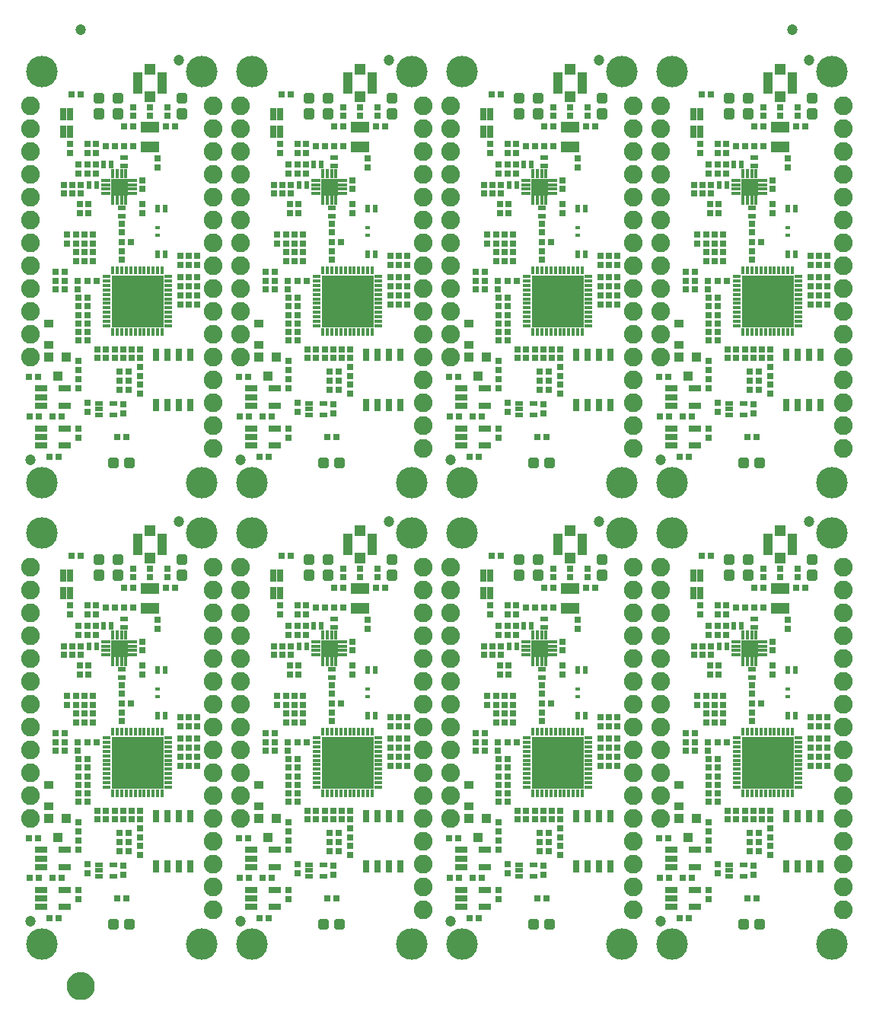
<source format=gts>
G04 EAGLE Gerber RS-274X export*
G75*
%MOMM*%
%FSLAX34Y34*%
%LPD*%
%INSoldermask Top*%
%IPPOS*%
%AMOC8*
5,1,8,0,0,1.08239X$1,22.5*%
G01*
%ADD10C,1.203200*%
%ADD11R,5.803200X5.803200*%
%ADD12R,0.453200X0.903200*%
%ADD13R,0.903200X0.453200*%
%ADD14C,2.082800*%
%ADD15C,3.505200*%
%ADD16R,0.453200X1.003200*%
%ADD17R,1.003200X0.453200*%
%ADD18R,1.953200X1.953200*%
%ADD19R,0.653200X1.153200*%
%ADD20R,0.803200X0.803200*%
%ADD21R,1.053200X2.403200*%
%ADD22R,1.203200X1.253200*%
%ADD23R,0.953200X0.603200*%
%ADD24C,0.505344*%
%ADD25R,0.703200X0.753200*%
%ADD26R,0.863600X0.558800*%
%ADD27R,0.558800X0.863600*%
%ADD28R,0.600000X0.400000*%
%ADD29R,0.803200X1.403200*%
%ADD30R,1.403200X0.753200*%
%ADD31R,0.753200X1.353200*%
%ADD32R,1.033200X0.833200*%
%ADD33R,1.003200X1.103200*%
%ADD34C,1.270000*%
%ADD35C,1.703200*%


D10*
X177800Y495300D03*
X12700Y50800D03*
D11*
X132080Y227330D03*
D12*
X104580Y193330D03*
X109580Y193330D03*
X114580Y193330D03*
X119580Y193330D03*
X124580Y193330D03*
X129580Y193330D03*
X134580Y193330D03*
X139580Y193330D03*
X144580Y193330D03*
X149580Y193330D03*
X154580Y193330D03*
X159580Y193330D03*
D13*
X166080Y199830D03*
X166080Y204830D03*
X166080Y209830D03*
X166080Y214830D03*
X166080Y219830D03*
X166080Y224830D03*
X166080Y229830D03*
X166080Y234830D03*
X166080Y239830D03*
X166080Y244830D03*
X166080Y249830D03*
X166080Y254830D03*
D12*
X159580Y261330D03*
X154580Y261330D03*
X149580Y261330D03*
X144580Y261330D03*
X139580Y261330D03*
X134580Y261330D03*
X129580Y261330D03*
X124580Y261330D03*
X119580Y261330D03*
X114580Y261330D03*
X109580Y261330D03*
X104580Y261330D03*
D13*
X98080Y254830D03*
X98080Y249830D03*
X98080Y244830D03*
X98080Y239830D03*
X98080Y234830D03*
X98080Y229830D03*
X98080Y224830D03*
X98080Y219830D03*
X98080Y214830D03*
X98080Y209830D03*
X98080Y204830D03*
X98080Y199830D03*
D14*
X215900Y444500D03*
X215900Y419100D03*
X215900Y393700D03*
X215900Y368300D03*
X215900Y342900D03*
X215900Y317500D03*
X215900Y292100D03*
X215900Y266700D03*
X215900Y241300D03*
X215900Y215900D03*
X215900Y190500D03*
X215900Y165100D03*
X215900Y139700D03*
X215900Y114300D03*
X215900Y88900D03*
X215900Y63500D03*
X12700Y165100D03*
X12700Y190500D03*
X12700Y215900D03*
X12700Y241300D03*
X12700Y266700D03*
X12700Y292100D03*
X12700Y317500D03*
X12700Y342900D03*
X12700Y368300D03*
X12700Y393700D03*
X12700Y419100D03*
X12700Y444500D03*
D15*
X25400Y25400D03*
X203200Y25400D03*
X203200Y482600D03*
X25400Y482600D03*
D16*
X104260Y339830D03*
X109260Y339830D03*
X114260Y339830D03*
X119260Y339830D03*
D17*
X126260Y346830D03*
X126260Y351830D03*
X126260Y356830D03*
X126260Y361830D03*
D16*
X119260Y368830D03*
X114260Y368830D03*
X109260Y368830D03*
X104260Y368830D03*
D17*
X97260Y361830D03*
X97260Y356830D03*
X97260Y351830D03*
X97260Y346830D03*
D18*
X111760Y354330D03*
D19*
X139550Y399210D03*
X146050Y399210D03*
X152550Y399210D03*
X152550Y421210D03*
X146050Y421210D03*
X139550Y421210D03*
D20*
X126920Y399415D03*
X116920Y399415D03*
X154305Y386000D03*
X154305Y376000D03*
X146050Y443150D03*
X146050Y433150D03*
D21*
X159800Y469900D03*
X132300Y469900D03*
D22*
X146050Y454650D03*
X146050Y485150D03*
D20*
X116205Y112315D03*
X116205Y102315D03*
D23*
X88905Y113815D03*
X88905Y107315D03*
X88905Y100815D03*
X105405Y100815D03*
X105405Y113815D03*
D20*
X76200Y114220D03*
X76200Y104220D03*
X44370Y53975D03*
X34370Y53975D03*
X12145Y99060D03*
X22145Y99060D03*
X122475Y128905D03*
X112475Y128905D03*
X122475Y149225D03*
X112475Y149225D03*
X122475Y139065D03*
X112475Y139065D03*
X135255Y144225D03*
X135255Y154225D03*
X135255Y134540D03*
X135255Y124540D03*
X126920Y421640D03*
X116920Y421640D03*
X163910Y421640D03*
X173910Y421640D03*
X198755Y267415D03*
X198755Y277415D03*
X179705Y267415D03*
X179705Y277415D03*
X189230Y267415D03*
X189230Y277415D03*
X198755Y243920D03*
X198755Y253920D03*
X179705Y243920D03*
X179705Y253920D03*
X189230Y243920D03*
X189230Y253920D03*
X165100Y443150D03*
X165100Y433150D03*
X127000Y443150D03*
X127000Y433150D03*
D24*
X178120Y439220D02*
X185100Y439220D01*
X185100Y432240D01*
X178120Y432240D01*
X178120Y439220D01*
X178120Y437040D02*
X185100Y437040D01*
X185100Y456760D02*
X178120Y456760D01*
X185100Y456760D02*
X185100Y449780D01*
X178120Y449780D01*
X178120Y456760D01*
X178120Y454580D02*
X185100Y454580D01*
X113980Y439220D02*
X107000Y439220D01*
X113980Y439220D02*
X113980Y432240D01*
X107000Y432240D01*
X107000Y439220D01*
X107000Y437040D02*
X113980Y437040D01*
X113980Y456760D02*
X107000Y456760D01*
X113980Y456760D02*
X113980Y449780D01*
X107000Y449780D01*
X107000Y456760D01*
X107000Y454580D02*
X113980Y454580D01*
D20*
X87630Y173910D03*
X87630Y163910D03*
X106680Y173910D03*
X106680Y163910D03*
X97155Y173910D03*
X97155Y163910D03*
X116205Y173910D03*
X116205Y163910D03*
X135255Y173910D03*
X135255Y163910D03*
X125730Y173910D03*
X125730Y163910D03*
X66120Y183515D03*
X76120Y183515D03*
X76120Y193040D03*
X66120Y193040D03*
X53975Y291545D03*
X53975Y301545D03*
X63500Y281860D03*
X63500Y271860D03*
X82550Y281860D03*
X82550Y271860D03*
X73025Y281860D03*
X73025Y271860D03*
X76120Y202565D03*
X66120Y202565D03*
X76120Y212090D03*
X66120Y212090D03*
X76120Y231140D03*
X66120Y231140D03*
X76120Y221615D03*
X66120Y221615D03*
D25*
X51420Y249860D03*
X51420Y240360D03*
X65420Y240360D03*
X65420Y249860D03*
D20*
X50720Y260350D03*
X40720Y260350D03*
X40640Y250110D03*
X40640Y240110D03*
X76280Y250190D03*
X86280Y250190D03*
X82550Y291545D03*
X82550Y301545D03*
X73025Y291545D03*
X73025Y301545D03*
X63500Y291545D03*
X63500Y301545D03*
X114300Y273130D03*
X114300Y283130D03*
X114300Y303610D03*
X114300Y313610D03*
X124380Y293370D03*
X114380Y293370D03*
D26*
X114300Y322072D03*
X114300Y330708D03*
D20*
X57150Y401875D03*
X57150Y391875D03*
X85725Y401875D03*
X85725Y391875D03*
X76200Y401875D03*
X76200Y391875D03*
X77470Y325200D03*
X77470Y335200D03*
X67945Y325200D03*
X67945Y335200D03*
D27*
X78232Y356870D03*
X86868Y356870D03*
D20*
X69215Y356790D03*
X69215Y346790D03*
X59690Y356790D03*
X59690Y346790D03*
D27*
X94107Y379095D03*
X102743Y379095D03*
D26*
X116840Y377952D03*
X116840Y386588D03*
D27*
X163068Y279400D03*
X154432Y279400D03*
X163068Y330200D03*
X154432Y330200D03*
D28*
X154305Y300800D03*
X154305Y308800D03*
D20*
X97235Y399415D03*
X107235Y399415D03*
X85725Y379015D03*
X85725Y369015D03*
X76200Y379015D03*
X76200Y369015D03*
X66675Y379015D03*
X66675Y369015D03*
X137795Y325200D03*
X137795Y335200D03*
X137795Y351870D03*
X137795Y361870D03*
X50165Y356790D03*
X50165Y346790D03*
X198755Y233600D03*
X198755Y223600D03*
X179705Y233600D03*
X179705Y223600D03*
X189230Y233600D03*
X189230Y223600D03*
X109300Y76200D03*
X119300Y76200D03*
D24*
X119580Y51115D02*
X119580Y44135D01*
X119580Y51115D02*
X126560Y51115D01*
X126560Y44135D01*
X119580Y44135D01*
X119580Y48935D02*
X126560Y48935D01*
X102040Y51115D02*
X102040Y44135D01*
X102040Y51115D02*
X109020Y51115D01*
X109020Y44135D01*
X102040Y44135D01*
X102040Y48935D02*
X109020Y48935D01*
D29*
X152400Y111700D03*
X165100Y111700D03*
X177800Y111700D03*
X190500Y111700D03*
X190500Y167700D03*
X177800Y167700D03*
X165100Y167700D03*
X152400Y167700D03*
D30*
X25099Y85700D03*
X25099Y76200D03*
X25099Y66700D03*
X51101Y66700D03*
X51101Y85700D03*
X25099Y130150D03*
X25099Y120650D03*
X25099Y111150D03*
X51101Y111150D03*
X51101Y130150D03*
D20*
X47545Y99060D03*
X37545Y99060D03*
X66675Y85645D03*
X66675Y75645D03*
X68500Y457200D03*
X58500Y457200D03*
D24*
X85410Y439220D02*
X92390Y439220D01*
X92390Y432240D01*
X85410Y432240D01*
X85410Y439220D01*
X85410Y437040D02*
X92390Y437040D01*
X92390Y456760D02*
X85410Y456760D01*
X92390Y456760D02*
X92390Y449780D01*
X85410Y449780D01*
X85410Y456760D01*
X85410Y454580D02*
X92390Y454580D01*
D31*
X57340Y434950D03*
X49340Y434950D03*
X49340Y415950D03*
X57340Y415950D03*
D20*
X66675Y130255D03*
X66675Y140255D03*
X21510Y142875D03*
X11510Y142875D03*
D32*
X33655Y179000D03*
X33655Y202000D03*
D33*
X52680Y164940D03*
X33680Y164940D03*
X43180Y143940D03*
D20*
X66675Y150575D03*
X66675Y160575D03*
D10*
X411480Y495300D03*
X246380Y50800D03*
D11*
X365760Y227330D03*
D12*
X338260Y193330D03*
X343260Y193330D03*
X348260Y193330D03*
X353260Y193330D03*
X358260Y193330D03*
X363260Y193330D03*
X368260Y193330D03*
X373260Y193330D03*
X378260Y193330D03*
X383260Y193330D03*
X388260Y193330D03*
X393260Y193330D03*
D13*
X399760Y199830D03*
X399760Y204830D03*
X399760Y209830D03*
X399760Y214830D03*
X399760Y219830D03*
X399760Y224830D03*
X399760Y229830D03*
X399760Y234830D03*
X399760Y239830D03*
X399760Y244830D03*
X399760Y249830D03*
X399760Y254830D03*
D12*
X393260Y261330D03*
X388260Y261330D03*
X383260Y261330D03*
X378260Y261330D03*
X373260Y261330D03*
X368260Y261330D03*
X363260Y261330D03*
X358260Y261330D03*
X353260Y261330D03*
X348260Y261330D03*
X343260Y261330D03*
X338260Y261330D03*
D13*
X331760Y254830D03*
X331760Y249830D03*
X331760Y244830D03*
X331760Y239830D03*
X331760Y234830D03*
X331760Y229830D03*
X331760Y224830D03*
X331760Y219830D03*
X331760Y214830D03*
X331760Y209830D03*
X331760Y204830D03*
X331760Y199830D03*
D14*
X449580Y444500D03*
X449580Y419100D03*
X449580Y393700D03*
X449580Y368300D03*
X449580Y342900D03*
X449580Y317500D03*
X449580Y292100D03*
X449580Y266700D03*
X449580Y241300D03*
X449580Y215900D03*
X449580Y190500D03*
X449580Y165100D03*
X449580Y139700D03*
X449580Y114300D03*
X449580Y88900D03*
X449580Y63500D03*
X246380Y165100D03*
X246380Y190500D03*
X246380Y215900D03*
X246380Y241300D03*
X246380Y266700D03*
X246380Y292100D03*
X246380Y317500D03*
X246380Y342900D03*
X246380Y368300D03*
X246380Y393700D03*
X246380Y419100D03*
X246380Y444500D03*
D15*
X259080Y25400D03*
X436880Y25400D03*
X436880Y482600D03*
X259080Y482600D03*
D16*
X337940Y339830D03*
X342940Y339830D03*
X347940Y339830D03*
X352940Y339830D03*
D17*
X359940Y346830D03*
X359940Y351830D03*
X359940Y356830D03*
X359940Y361830D03*
D16*
X352940Y368830D03*
X347940Y368830D03*
X342940Y368830D03*
X337940Y368830D03*
D17*
X330940Y361830D03*
X330940Y356830D03*
X330940Y351830D03*
X330940Y346830D03*
D18*
X345440Y354330D03*
D19*
X373230Y399210D03*
X379730Y399210D03*
X386230Y399210D03*
X386230Y421210D03*
X379730Y421210D03*
X373230Y421210D03*
D20*
X360600Y399415D03*
X350600Y399415D03*
X387985Y386000D03*
X387985Y376000D03*
X379730Y443150D03*
X379730Y433150D03*
D21*
X393480Y469900D03*
X365980Y469900D03*
D22*
X379730Y454650D03*
X379730Y485150D03*
D20*
X349885Y112315D03*
X349885Y102315D03*
D23*
X322585Y113815D03*
X322585Y107315D03*
X322585Y100815D03*
X339085Y100815D03*
X339085Y113815D03*
D20*
X309880Y114220D03*
X309880Y104220D03*
X278050Y53975D03*
X268050Y53975D03*
X245825Y99060D03*
X255825Y99060D03*
X356155Y128905D03*
X346155Y128905D03*
X356155Y149225D03*
X346155Y149225D03*
X356155Y139065D03*
X346155Y139065D03*
X368935Y144225D03*
X368935Y154225D03*
X368935Y134540D03*
X368935Y124540D03*
X360600Y421640D03*
X350600Y421640D03*
X397590Y421640D03*
X407590Y421640D03*
X432435Y267415D03*
X432435Y277415D03*
X413385Y267415D03*
X413385Y277415D03*
X422910Y267415D03*
X422910Y277415D03*
X432435Y243920D03*
X432435Y253920D03*
X413385Y243920D03*
X413385Y253920D03*
X422910Y243920D03*
X422910Y253920D03*
X398780Y443150D03*
X398780Y433150D03*
X360680Y443150D03*
X360680Y433150D03*
D24*
X411800Y439220D02*
X418780Y439220D01*
X418780Y432240D01*
X411800Y432240D01*
X411800Y439220D01*
X411800Y437040D02*
X418780Y437040D01*
X418780Y456760D02*
X411800Y456760D01*
X418780Y456760D02*
X418780Y449780D01*
X411800Y449780D01*
X411800Y456760D01*
X411800Y454580D02*
X418780Y454580D01*
X347660Y439220D02*
X340680Y439220D01*
X347660Y439220D02*
X347660Y432240D01*
X340680Y432240D01*
X340680Y439220D01*
X340680Y437040D02*
X347660Y437040D01*
X347660Y456760D02*
X340680Y456760D01*
X347660Y456760D02*
X347660Y449780D01*
X340680Y449780D01*
X340680Y456760D01*
X340680Y454580D02*
X347660Y454580D01*
D20*
X321310Y173910D03*
X321310Y163910D03*
X340360Y173910D03*
X340360Y163910D03*
X330835Y173910D03*
X330835Y163910D03*
X349885Y173910D03*
X349885Y163910D03*
X368935Y173910D03*
X368935Y163910D03*
X359410Y173910D03*
X359410Y163910D03*
X299800Y183515D03*
X309800Y183515D03*
X309800Y193040D03*
X299800Y193040D03*
X287655Y291545D03*
X287655Y301545D03*
X297180Y281860D03*
X297180Y271860D03*
X316230Y281860D03*
X316230Y271860D03*
X306705Y281860D03*
X306705Y271860D03*
X309800Y202565D03*
X299800Y202565D03*
X309800Y212090D03*
X299800Y212090D03*
X309800Y231140D03*
X299800Y231140D03*
X309800Y221615D03*
X299800Y221615D03*
D25*
X285100Y249860D03*
X285100Y240360D03*
X299100Y240360D03*
X299100Y249860D03*
D20*
X284400Y260350D03*
X274400Y260350D03*
X274320Y250110D03*
X274320Y240110D03*
X309960Y250190D03*
X319960Y250190D03*
X316230Y291545D03*
X316230Y301545D03*
X306705Y291545D03*
X306705Y301545D03*
X297180Y291545D03*
X297180Y301545D03*
X347980Y273130D03*
X347980Y283130D03*
X347980Y303610D03*
X347980Y313610D03*
X358060Y293370D03*
X348060Y293370D03*
D26*
X347980Y322072D03*
X347980Y330708D03*
D20*
X290830Y401875D03*
X290830Y391875D03*
X319405Y401875D03*
X319405Y391875D03*
X309880Y401875D03*
X309880Y391875D03*
X311150Y325200D03*
X311150Y335200D03*
X301625Y325200D03*
X301625Y335200D03*
D27*
X311912Y356870D03*
X320548Y356870D03*
D20*
X302895Y356790D03*
X302895Y346790D03*
X293370Y356790D03*
X293370Y346790D03*
D27*
X327787Y379095D03*
X336423Y379095D03*
D26*
X350520Y377952D03*
X350520Y386588D03*
D27*
X396748Y279400D03*
X388112Y279400D03*
X396748Y330200D03*
X388112Y330200D03*
D28*
X387985Y300800D03*
X387985Y308800D03*
D20*
X330915Y399415D03*
X340915Y399415D03*
X319405Y379015D03*
X319405Y369015D03*
X309880Y379015D03*
X309880Y369015D03*
X300355Y379015D03*
X300355Y369015D03*
X371475Y325200D03*
X371475Y335200D03*
X371475Y351870D03*
X371475Y361870D03*
X283845Y356790D03*
X283845Y346790D03*
X432435Y233600D03*
X432435Y223600D03*
X413385Y233600D03*
X413385Y223600D03*
X422910Y233600D03*
X422910Y223600D03*
X342980Y76200D03*
X352980Y76200D03*
D24*
X353260Y51115D02*
X353260Y44135D01*
X353260Y51115D02*
X360240Y51115D01*
X360240Y44135D01*
X353260Y44135D01*
X353260Y48935D02*
X360240Y48935D01*
X335720Y51115D02*
X335720Y44135D01*
X335720Y51115D02*
X342700Y51115D01*
X342700Y44135D01*
X335720Y44135D01*
X335720Y48935D02*
X342700Y48935D01*
D29*
X386080Y111700D03*
X398780Y111700D03*
X411480Y111700D03*
X424180Y111700D03*
X424180Y167700D03*
X411480Y167700D03*
X398780Y167700D03*
X386080Y167700D03*
D30*
X258779Y85700D03*
X258779Y76200D03*
X258779Y66700D03*
X284781Y66700D03*
X284781Y85700D03*
X258779Y130150D03*
X258779Y120650D03*
X258779Y111150D03*
X284781Y111150D03*
X284781Y130150D03*
D20*
X281225Y99060D03*
X271225Y99060D03*
X300355Y85645D03*
X300355Y75645D03*
X302180Y457200D03*
X292180Y457200D03*
D24*
X319090Y439220D02*
X326070Y439220D01*
X326070Y432240D01*
X319090Y432240D01*
X319090Y439220D01*
X319090Y437040D02*
X326070Y437040D01*
X326070Y456760D02*
X319090Y456760D01*
X326070Y456760D02*
X326070Y449780D01*
X319090Y449780D01*
X319090Y456760D01*
X319090Y454580D02*
X326070Y454580D01*
D31*
X291020Y434950D03*
X283020Y434950D03*
X283020Y415950D03*
X291020Y415950D03*
D20*
X300355Y130255D03*
X300355Y140255D03*
X255190Y142875D03*
X245190Y142875D03*
D32*
X267335Y179000D03*
X267335Y202000D03*
D33*
X286360Y164940D03*
X267360Y164940D03*
X276860Y143940D03*
D20*
X300355Y150575D03*
X300355Y160575D03*
D10*
X645160Y495300D03*
X480060Y50800D03*
D11*
X599440Y227330D03*
D12*
X571940Y193330D03*
X576940Y193330D03*
X581940Y193330D03*
X586940Y193330D03*
X591940Y193330D03*
X596940Y193330D03*
X601940Y193330D03*
X606940Y193330D03*
X611940Y193330D03*
X616940Y193330D03*
X621940Y193330D03*
X626940Y193330D03*
D13*
X633440Y199830D03*
X633440Y204830D03*
X633440Y209830D03*
X633440Y214830D03*
X633440Y219830D03*
X633440Y224830D03*
X633440Y229830D03*
X633440Y234830D03*
X633440Y239830D03*
X633440Y244830D03*
X633440Y249830D03*
X633440Y254830D03*
D12*
X626940Y261330D03*
X621940Y261330D03*
X616940Y261330D03*
X611940Y261330D03*
X606940Y261330D03*
X601940Y261330D03*
X596940Y261330D03*
X591940Y261330D03*
X586940Y261330D03*
X581940Y261330D03*
X576940Y261330D03*
X571940Y261330D03*
D13*
X565440Y254830D03*
X565440Y249830D03*
X565440Y244830D03*
X565440Y239830D03*
X565440Y234830D03*
X565440Y229830D03*
X565440Y224830D03*
X565440Y219830D03*
X565440Y214830D03*
X565440Y209830D03*
X565440Y204830D03*
X565440Y199830D03*
D14*
X683260Y444500D03*
X683260Y419100D03*
X683260Y393700D03*
X683260Y368300D03*
X683260Y342900D03*
X683260Y317500D03*
X683260Y292100D03*
X683260Y266700D03*
X683260Y241300D03*
X683260Y215900D03*
X683260Y190500D03*
X683260Y165100D03*
X683260Y139700D03*
X683260Y114300D03*
X683260Y88900D03*
X683260Y63500D03*
X480060Y165100D03*
X480060Y190500D03*
X480060Y215900D03*
X480060Y241300D03*
X480060Y266700D03*
X480060Y292100D03*
X480060Y317500D03*
X480060Y342900D03*
X480060Y368300D03*
X480060Y393700D03*
X480060Y419100D03*
X480060Y444500D03*
D15*
X492760Y25400D03*
X670560Y25400D03*
X670560Y482600D03*
X492760Y482600D03*
D16*
X571620Y339830D03*
X576620Y339830D03*
X581620Y339830D03*
X586620Y339830D03*
D17*
X593620Y346830D03*
X593620Y351830D03*
X593620Y356830D03*
X593620Y361830D03*
D16*
X586620Y368830D03*
X581620Y368830D03*
X576620Y368830D03*
X571620Y368830D03*
D17*
X564620Y361830D03*
X564620Y356830D03*
X564620Y351830D03*
X564620Y346830D03*
D18*
X579120Y354330D03*
D19*
X606910Y399210D03*
X613410Y399210D03*
X619910Y399210D03*
X619910Y421210D03*
X613410Y421210D03*
X606910Y421210D03*
D20*
X594280Y399415D03*
X584280Y399415D03*
X621665Y386000D03*
X621665Y376000D03*
X613410Y443150D03*
X613410Y433150D03*
D21*
X627160Y469900D03*
X599660Y469900D03*
D22*
X613410Y454650D03*
X613410Y485150D03*
D20*
X583565Y112315D03*
X583565Y102315D03*
D23*
X556265Y113815D03*
X556265Y107315D03*
X556265Y100815D03*
X572765Y100815D03*
X572765Y113815D03*
D20*
X543560Y114220D03*
X543560Y104220D03*
X511730Y53975D03*
X501730Y53975D03*
X479505Y99060D03*
X489505Y99060D03*
X589835Y128905D03*
X579835Y128905D03*
X589835Y149225D03*
X579835Y149225D03*
X589835Y139065D03*
X579835Y139065D03*
X602615Y144225D03*
X602615Y154225D03*
X602615Y134540D03*
X602615Y124540D03*
X594280Y421640D03*
X584280Y421640D03*
X631270Y421640D03*
X641270Y421640D03*
X666115Y267415D03*
X666115Y277415D03*
X647065Y267415D03*
X647065Y277415D03*
X656590Y267415D03*
X656590Y277415D03*
X666115Y243920D03*
X666115Y253920D03*
X647065Y243920D03*
X647065Y253920D03*
X656590Y243920D03*
X656590Y253920D03*
X632460Y443150D03*
X632460Y433150D03*
X594360Y443150D03*
X594360Y433150D03*
D24*
X645480Y439220D02*
X652460Y439220D01*
X652460Y432240D01*
X645480Y432240D01*
X645480Y439220D01*
X645480Y437040D02*
X652460Y437040D01*
X652460Y456760D02*
X645480Y456760D01*
X652460Y456760D02*
X652460Y449780D01*
X645480Y449780D01*
X645480Y456760D01*
X645480Y454580D02*
X652460Y454580D01*
X581340Y439220D02*
X574360Y439220D01*
X581340Y439220D02*
X581340Y432240D01*
X574360Y432240D01*
X574360Y439220D01*
X574360Y437040D02*
X581340Y437040D01*
X581340Y456760D02*
X574360Y456760D01*
X581340Y456760D02*
X581340Y449780D01*
X574360Y449780D01*
X574360Y456760D01*
X574360Y454580D02*
X581340Y454580D01*
D20*
X554990Y173910D03*
X554990Y163910D03*
X574040Y173910D03*
X574040Y163910D03*
X564515Y173910D03*
X564515Y163910D03*
X583565Y173910D03*
X583565Y163910D03*
X602615Y173910D03*
X602615Y163910D03*
X593090Y173910D03*
X593090Y163910D03*
X533480Y183515D03*
X543480Y183515D03*
X543480Y193040D03*
X533480Y193040D03*
X521335Y291545D03*
X521335Y301545D03*
X530860Y281860D03*
X530860Y271860D03*
X549910Y281860D03*
X549910Y271860D03*
X540385Y281860D03*
X540385Y271860D03*
X543480Y202565D03*
X533480Y202565D03*
X543480Y212090D03*
X533480Y212090D03*
X543480Y231140D03*
X533480Y231140D03*
X543480Y221615D03*
X533480Y221615D03*
D25*
X518780Y249860D03*
X518780Y240360D03*
X532780Y240360D03*
X532780Y249860D03*
D20*
X518080Y260350D03*
X508080Y260350D03*
X508000Y250110D03*
X508000Y240110D03*
X543640Y250190D03*
X553640Y250190D03*
X549910Y291545D03*
X549910Y301545D03*
X540385Y291545D03*
X540385Y301545D03*
X530860Y291545D03*
X530860Y301545D03*
X581660Y273130D03*
X581660Y283130D03*
X581660Y303610D03*
X581660Y313610D03*
X591740Y293370D03*
X581740Y293370D03*
D26*
X581660Y322072D03*
X581660Y330708D03*
D20*
X524510Y401875D03*
X524510Y391875D03*
X553085Y401875D03*
X553085Y391875D03*
X543560Y401875D03*
X543560Y391875D03*
X544830Y325200D03*
X544830Y335200D03*
X535305Y325200D03*
X535305Y335200D03*
D27*
X545592Y356870D03*
X554228Y356870D03*
D20*
X536575Y356790D03*
X536575Y346790D03*
X527050Y356790D03*
X527050Y346790D03*
D27*
X561467Y379095D03*
X570103Y379095D03*
D26*
X584200Y377952D03*
X584200Y386588D03*
D27*
X630428Y279400D03*
X621792Y279400D03*
X630428Y330200D03*
X621792Y330200D03*
D28*
X621665Y300800D03*
X621665Y308800D03*
D20*
X564595Y399415D03*
X574595Y399415D03*
X553085Y379015D03*
X553085Y369015D03*
X543560Y379015D03*
X543560Y369015D03*
X534035Y379015D03*
X534035Y369015D03*
X605155Y325200D03*
X605155Y335200D03*
X605155Y351870D03*
X605155Y361870D03*
X517525Y356790D03*
X517525Y346790D03*
X666115Y233600D03*
X666115Y223600D03*
X647065Y233600D03*
X647065Y223600D03*
X656590Y233600D03*
X656590Y223600D03*
X576660Y76200D03*
X586660Y76200D03*
D24*
X586940Y51115D02*
X586940Y44135D01*
X586940Y51115D02*
X593920Y51115D01*
X593920Y44135D01*
X586940Y44135D01*
X586940Y48935D02*
X593920Y48935D01*
X569400Y51115D02*
X569400Y44135D01*
X569400Y51115D02*
X576380Y51115D01*
X576380Y44135D01*
X569400Y44135D01*
X569400Y48935D02*
X576380Y48935D01*
D29*
X619760Y111700D03*
X632460Y111700D03*
X645160Y111700D03*
X657860Y111700D03*
X657860Y167700D03*
X645160Y167700D03*
X632460Y167700D03*
X619760Y167700D03*
D30*
X492459Y85700D03*
X492459Y76200D03*
X492459Y66700D03*
X518461Y66700D03*
X518461Y85700D03*
X492459Y130150D03*
X492459Y120650D03*
X492459Y111150D03*
X518461Y111150D03*
X518461Y130150D03*
D20*
X514905Y99060D03*
X504905Y99060D03*
X534035Y85645D03*
X534035Y75645D03*
X535860Y457200D03*
X525860Y457200D03*
D24*
X552770Y439220D02*
X559750Y439220D01*
X559750Y432240D01*
X552770Y432240D01*
X552770Y439220D01*
X552770Y437040D02*
X559750Y437040D01*
X559750Y456760D02*
X552770Y456760D01*
X559750Y456760D02*
X559750Y449780D01*
X552770Y449780D01*
X552770Y456760D01*
X552770Y454580D02*
X559750Y454580D01*
D31*
X524700Y434950D03*
X516700Y434950D03*
X516700Y415950D03*
X524700Y415950D03*
D20*
X534035Y130255D03*
X534035Y140255D03*
X488870Y142875D03*
X478870Y142875D03*
D32*
X501015Y179000D03*
X501015Y202000D03*
D33*
X520040Y164940D03*
X501040Y164940D03*
X510540Y143940D03*
D20*
X534035Y150575D03*
X534035Y160575D03*
D10*
X878840Y495300D03*
X713740Y50800D03*
D11*
X833120Y227330D03*
D12*
X805620Y193330D03*
X810620Y193330D03*
X815620Y193330D03*
X820620Y193330D03*
X825620Y193330D03*
X830620Y193330D03*
X835620Y193330D03*
X840620Y193330D03*
X845620Y193330D03*
X850620Y193330D03*
X855620Y193330D03*
X860620Y193330D03*
D13*
X867120Y199830D03*
X867120Y204830D03*
X867120Y209830D03*
X867120Y214830D03*
X867120Y219830D03*
X867120Y224830D03*
X867120Y229830D03*
X867120Y234830D03*
X867120Y239830D03*
X867120Y244830D03*
X867120Y249830D03*
X867120Y254830D03*
D12*
X860620Y261330D03*
X855620Y261330D03*
X850620Y261330D03*
X845620Y261330D03*
X840620Y261330D03*
X835620Y261330D03*
X830620Y261330D03*
X825620Y261330D03*
X820620Y261330D03*
X815620Y261330D03*
X810620Y261330D03*
X805620Y261330D03*
D13*
X799120Y254830D03*
X799120Y249830D03*
X799120Y244830D03*
X799120Y239830D03*
X799120Y234830D03*
X799120Y229830D03*
X799120Y224830D03*
X799120Y219830D03*
X799120Y214830D03*
X799120Y209830D03*
X799120Y204830D03*
X799120Y199830D03*
D14*
X916940Y444500D03*
X916940Y419100D03*
X916940Y393700D03*
X916940Y368300D03*
X916940Y342900D03*
X916940Y317500D03*
X916940Y292100D03*
X916940Y266700D03*
X916940Y241300D03*
X916940Y215900D03*
X916940Y190500D03*
X916940Y165100D03*
X916940Y139700D03*
X916940Y114300D03*
X916940Y88900D03*
X916940Y63500D03*
X713740Y165100D03*
X713740Y190500D03*
X713740Y215900D03*
X713740Y241300D03*
X713740Y266700D03*
X713740Y292100D03*
X713740Y317500D03*
X713740Y342900D03*
X713740Y368300D03*
X713740Y393700D03*
X713740Y419100D03*
X713740Y444500D03*
D15*
X726440Y25400D03*
X904240Y25400D03*
X904240Y482600D03*
X726440Y482600D03*
D16*
X805300Y339830D03*
X810300Y339830D03*
X815300Y339830D03*
X820300Y339830D03*
D17*
X827300Y346830D03*
X827300Y351830D03*
X827300Y356830D03*
X827300Y361830D03*
D16*
X820300Y368830D03*
X815300Y368830D03*
X810300Y368830D03*
X805300Y368830D03*
D17*
X798300Y361830D03*
X798300Y356830D03*
X798300Y351830D03*
X798300Y346830D03*
D18*
X812800Y354330D03*
D19*
X840590Y399210D03*
X847090Y399210D03*
X853590Y399210D03*
X853590Y421210D03*
X847090Y421210D03*
X840590Y421210D03*
D20*
X827960Y399415D03*
X817960Y399415D03*
X855345Y386000D03*
X855345Y376000D03*
X847090Y443150D03*
X847090Y433150D03*
D21*
X860840Y469900D03*
X833340Y469900D03*
D22*
X847090Y454650D03*
X847090Y485150D03*
D20*
X817245Y112315D03*
X817245Y102315D03*
D23*
X789945Y113815D03*
X789945Y107315D03*
X789945Y100815D03*
X806445Y100815D03*
X806445Y113815D03*
D20*
X777240Y114220D03*
X777240Y104220D03*
X745410Y53975D03*
X735410Y53975D03*
X713185Y99060D03*
X723185Y99060D03*
X823515Y128905D03*
X813515Y128905D03*
X823515Y149225D03*
X813515Y149225D03*
X823515Y139065D03*
X813515Y139065D03*
X836295Y144225D03*
X836295Y154225D03*
X836295Y134540D03*
X836295Y124540D03*
X827960Y421640D03*
X817960Y421640D03*
X864950Y421640D03*
X874950Y421640D03*
X899795Y267415D03*
X899795Y277415D03*
X880745Y267415D03*
X880745Y277415D03*
X890270Y267415D03*
X890270Y277415D03*
X899795Y243920D03*
X899795Y253920D03*
X880745Y243920D03*
X880745Y253920D03*
X890270Y243920D03*
X890270Y253920D03*
X866140Y443150D03*
X866140Y433150D03*
X828040Y443150D03*
X828040Y433150D03*
D24*
X879160Y439220D02*
X886140Y439220D01*
X886140Y432240D01*
X879160Y432240D01*
X879160Y439220D01*
X879160Y437040D02*
X886140Y437040D01*
X886140Y456760D02*
X879160Y456760D01*
X886140Y456760D02*
X886140Y449780D01*
X879160Y449780D01*
X879160Y456760D01*
X879160Y454580D02*
X886140Y454580D01*
X815020Y439220D02*
X808040Y439220D01*
X815020Y439220D02*
X815020Y432240D01*
X808040Y432240D01*
X808040Y439220D01*
X808040Y437040D02*
X815020Y437040D01*
X815020Y456760D02*
X808040Y456760D01*
X815020Y456760D02*
X815020Y449780D01*
X808040Y449780D01*
X808040Y456760D01*
X808040Y454580D02*
X815020Y454580D01*
D20*
X788670Y173910D03*
X788670Y163910D03*
X807720Y173910D03*
X807720Y163910D03*
X798195Y173910D03*
X798195Y163910D03*
X817245Y173910D03*
X817245Y163910D03*
X836295Y173910D03*
X836295Y163910D03*
X826770Y173910D03*
X826770Y163910D03*
X767160Y183515D03*
X777160Y183515D03*
X777160Y193040D03*
X767160Y193040D03*
X755015Y291545D03*
X755015Y301545D03*
X764540Y281860D03*
X764540Y271860D03*
X783590Y281860D03*
X783590Y271860D03*
X774065Y281860D03*
X774065Y271860D03*
X777160Y202565D03*
X767160Y202565D03*
X777160Y212090D03*
X767160Y212090D03*
X777160Y231140D03*
X767160Y231140D03*
X777160Y221615D03*
X767160Y221615D03*
D25*
X752460Y249860D03*
X752460Y240360D03*
X766460Y240360D03*
X766460Y249860D03*
D20*
X751760Y260350D03*
X741760Y260350D03*
X741680Y250110D03*
X741680Y240110D03*
X777320Y250190D03*
X787320Y250190D03*
X783590Y291545D03*
X783590Y301545D03*
X774065Y291545D03*
X774065Y301545D03*
X764540Y291545D03*
X764540Y301545D03*
X815340Y273130D03*
X815340Y283130D03*
X815340Y303610D03*
X815340Y313610D03*
X825420Y293370D03*
X815420Y293370D03*
D26*
X815340Y322072D03*
X815340Y330708D03*
D20*
X758190Y401875D03*
X758190Y391875D03*
X786765Y401875D03*
X786765Y391875D03*
X777240Y401875D03*
X777240Y391875D03*
X778510Y325200D03*
X778510Y335200D03*
X768985Y325200D03*
X768985Y335200D03*
D27*
X779272Y356870D03*
X787908Y356870D03*
D20*
X770255Y356790D03*
X770255Y346790D03*
X760730Y356790D03*
X760730Y346790D03*
D27*
X795147Y379095D03*
X803783Y379095D03*
D26*
X817880Y377952D03*
X817880Y386588D03*
D27*
X864108Y279400D03*
X855472Y279400D03*
X864108Y330200D03*
X855472Y330200D03*
D28*
X855345Y300800D03*
X855345Y308800D03*
D20*
X798275Y399415D03*
X808275Y399415D03*
X786765Y379015D03*
X786765Y369015D03*
X777240Y379015D03*
X777240Y369015D03*
X767715Y379015D03*
X767715Y369015D03*
X838835Y325200D03*
X838835Y335200D03*
X838835Y351870D03*
X838835Y361870D03*
X751205Y356790D03*
X751205Y346790D03*
X899795Y233600D03*
X899795Y223600D03*
X880745Y233600D03*
X880745Y223600D03*
X890270Y233600D03*
X890270Y223600D03*
X810340Y76200D03*
X820340Y76200D03*
D24*
X820620Y51115D02*
X820620Y44135D01*
X820620Y51115D02*
X827600Y51115D01*
X827600Y44135D01*
X820620Y44135D01*
X820620Y48935D02*
X827600Y48935D01*
X803080Y51115D02*
X803080Y44135D01*
X803080Y51115D02*
X810060Y51115D01*
X810060Y44135D01*
X803080Y44135D01*
X803080Y48935D02*
X810060Y48935D01*
D29*
X853440Y111700D03*
X866140Y111700D03*
X878840Y111700D03*
X891540Y111700D03*
X891540Y167700D03*
X878840Y167700D03*
X866140Y167700D03*
X853440Y167700D03*
D30*
X726139Y85700D03*
X726139Y76200D03*
X726139Y66700D03*
X752141Y66700D03*
X752141Y85700D03*
X726139Y130150D03*
X726139Y120650D03*
X726139Y111150D03*
X752141Y111150D03*
X752141Y130150D03*
D20*
X748585Y99060D03*
X738585Y99060D03*
X767715Y85645D03*
X767715Y75645D03*
X769540Y457200D03*
X759540Y457200D03*
D24*
X786450Y439220D02*
X793430Y439220D01*
X793430Y432240D01*
X786450Y432240D01*
X786450Y439220D01*
X786450Y437040D02*
X793430Y437040D01*
X793430Y456760D02*
X786450Y456760D01*
X793430Y456760D02*
X793430Y449780D01*
X786450Y449780D01*
X786450Y456760D01*
X786450Y454580D02*
X793430Y454580D01*
D31*
X758380Y434950D03*
X750380Y434950D03*
X750380Y415950D03*
X758380Y415950D03*
D20*
X767715Y130255D03*
X767715Y140255D03*
X722550Y142875D03*
X712550Y142875D03*
D32*
X734695Y179000D03*
X734695Y202000D03*
D33*
X753720Y164940D03*
X734720Y164940D03*
X744220Y143940D03*
D20*
X767715Y150575D03*
X767715Y160575D03*
D10*
X177800Y1008380D03*
X12700Y563880D03*
D11*
X132080Y740410D03*
D12*
X104580Y706410D03*
X109580Y706410D03*
X114580Y706410D03*
X119580Y706410D03*
X124580Y706410D03*
X129580Y706410D03*
X134580Y706410D03*
X139580Y706410D03*
X144580Y706410D03*
X149580Y706410D03*
X154580Y706410D03*
X159580Y706410D03*
D13*
X166080Y712910D03*
X166080Y717910D03*
X166080Y722910D03*
X166080Y727910D03*
X166080Y732910D03*
X166080Y737910D03*
X166080Y742910D03*
X166080Y747910D03*
X166080Y752910D03*
X166080Y757910D03*
X166080Y762910D03*
X166080Y767910D03*
D12*
X159580Y774410D03*
X154580Y774410D03*
X149580Y774410D03*
X144580Y774410D03*
X139580Y774410D03*
X134580Y774410D03*
X129580Y774410D03*
X124580Y774410D03*
X119580Y774410D03*
X114580Y774410D03*
X109580Y774410D03*
X104580Y774410D03*
D13*
X98080Y767910D03*
X98080Y762910D03*
X98080Y757910D03*
X98080Y752910D03*
X98080Y747910D03*
X98080Y742910D03*
X98080Y737910D03*
X98080Y732910D03*
X98080Y727910D03*
X98080Y722910D03*
X98080Y717910D03*
X98080Y712910D03*
D14*
X215900Y957580D03*
X215900Y932180D03*
X215900Y906780D03*
X215900Y881380D03*
X215900Y855980D03*
X215900Y830580D03*
X215900Y805180D03*
X215900Y779780D03*
X215900Y754380D03*
X215900Y728980D03*
X215900Y703580D03*
X215900Y678180D03*
X215900Y652780D03*
X215900Y627380D03*
X215900Y601980D03*
X215900Y576580D03*
X12700Y678180D03*
X12700Y703580D03*
X12700Y728980D03*
X12700Y754380D03*
X12700Y779780D03*
X12700Y805180D03*
X12700Y830580D03*
X12700Y855980D03*
X12700Y881380D03*
X12700Y906780D03*
X12700Y932180D03*
X12700Y957580D03*
D15*
X25400Y538480D03*
X203200Y538480D03*
X203200Y995680D03*
X25400Y995680D03*
D16*
X104260Y852910D03*
X109260Y852910D03*
X114260Y852910D03*
X119260Y852910D03*
D17*
X126260Y859910D03*
X126260Y864910D03*
X126260Y869910D03*
X126260Y874910D03*
D16*
X119260Y881910D03*
X114260Y881910D03*
X109260Y881910D03*
X104260Y881910D03*
D17*
X97260Y874910D03*
X97260Y869910D03*
X97260Y864910D03*
X97260Y859910D03*
D18*
X111760Y867410D03*
D19*
X139550Y912290D03*
X146050Y912290D03*
X152550Y912290D03*
X152550Y934290D03*
X146050Y934290D03*
X139550Y934290D03*
D20*
X126920Y912495D03*
X116920Y912495D03*
X154305Y899080D03*
X154305Y889080D03*
X146050Y956230D03*
X146050Y946230D03*
D21*
X159800Y982980D03*
X132300Y982980D03*
D22*
X146050Y967730D03*
X146050Y998230D03*
D20*
X116205Y625395D03*
X116205Y615395D03*
D23*
X88905Y626895D03*
X88905Y620395D03*
X88905Y613895D03*
X105405Y613895D03*
X105405Y626895D03*
D20*
X76200Y627300D03*
X76200Y617300D03*
X44370Y567055D03*
X34370Y567055D03*
X12145Y612140D03*
X22145Y612140D03*
X122475Y641985D03*
X112475Y641985D03*
X122475Y662305D03*
X112475Y662305D03*
X122475Y652145D03*
X112475Y652145D03*
X135255Y657305D03*
X135255Y667305D03*
X135255Y647620D03*
X135255Y637620D03*
X126920Y934720D03*
X116920Y934720D03*
X163910Y934720D03*
X173910Y934720D03*
X198755Y780495D03*
X198755Y790495D03*
X179705Y780495D03*
X179705Y790495D03*
X189230Y780495D03*
X189230Y790495D03*
X198755Y757000D03*
X198755Y767000D03*
X179705Y757000D03*
X179705Y767000D03*
X189230Y757000D03*
X189230Y767000D03*
X165100Y956230D03*
X165100Y946230D03*
X127000Y956230D03*
X127000Y946230D03*
D24*
X178120Y952300D02*
X185100Y952300D01*
X185100Y945320D01*
X178120Y945320D01*
X178120Y952300D01*
X178120Y950120D02*
X185100Y950120D01*
X185100Y969840D02*
X178120Y969840D01*
X185100Y969840D02*
X185100Y962860D01*
X178120Y962860D01*
X178120Y969840D01*
X178120Y967660D02*
X185100Y967660D01*
X113980Y952300D02*
X107000Y952300D01*
X113980Y952300D02*
X113980Y945320D01*
X107000Y945320D01*
X107000Y952300D01*
X107000Y950120D02*
X113980Y950120D01*
X113980Y969840D02*
X107000Y969840D01*
X113980Y969840D02*
X113980Y962860D01*
X107000Y962860D01*
X107000Y969840D01*
X107000Y967660D02*
X113980Y967660D01*
D20*
X87630Y686990D03*
X87630Y676990D03*
X106680Y686990D03*
X106680Y676990D03*
X97155Y686990D03*
X97155Y676990D03*
X116205Y686990D03*
X116205Y676990D03*
X135255Y686990D03*
X135255Y676990D03*
X125730Y686990D03*
X125730Y676990D03*
X66120Y696595D03*
X76120Y696595D03*
X76120Y706120D03*
X66120Y706120D03*
X53975Y804625D03*
X53975Y814625D03*
X63500Y794940D03*
X63500Y784940D03*
X82550Y794940D03*
X82550Y784940D03*
X73025Y794940D03*
X73025Y784940D03*
X76120Y715645D03*
X66120Y715645D03*
X76120Y725170D03*
X66120Y725170D03*
X76120Y744220D03*
X66120Y744220D03*
X76120Y734695D03*
X66120Y734695D03*
D25*
X51420Y762940D03*
X51420Y753440D03*
X65420Y753440D03*
X65420Y762940D03*
D20*
X50720Y773430D03*
X40720Y773430D03*
X40640Y763190D03*
X40640Y753190D03*
X76280Y763270D03*
X86280Y763270D03*
X82550Y804625D03*
X82550Y814625D03*
X73025Y804625D03*
X73025Y814625D03*
X63500Y804625D03*
X63500Y814625D03*
X114300Y786210D03*
X114300Y796210D03*
X114300Y816690D03*
X114300Y826690D03*
X124380Y806450D03*
X114380Y806450D03*
D26*
X114300Y835152D03*
X114300Y843788D03*
D20*
X57150Y914955D03*
X57150Y904955D03*
X85725Y914955D03*
X85725Y904955D03*
X76200Y914955D03*
X76200Y904955D03*
X77470Y838280D03*
X77470Y848280D03*
X67945Y838280D03*
X67945Y848280D03*
D27*
X78232Y869950D03*
X86868Y869950D03*
D20*
X69215Y869870D03*
X69215Y859870D03*
X59690Y869870D03*
X59690Y859870D03*
D27*
X94107Y892175D03*
X102743Y892175D03*
D26*
X116840Y891032D03*
X116840Y899668D03*
D27*
X163068Y792480D03*
X154432Y792480D03*
X163068Y843280D03*
X154432Y843280D03*
D28*
X154305Y813880D03*
X154305Y821880D03*
D20*
X97235Y912495D03*
X107235Y912495D03*
X85725Y892095D03*
X85725Y882095D03*
X76200Y892095D03*
X76200Y882095D03*
X66675Y892095D03*
X66675Y882095D03*
X137795Y838280D03*
X137795Y848280D03*
X137795Y864950D03*
X137795Y874950D03*
X50165Y869870D03*
X50165Y859870D03*
X198755Y746680D03*
X198755Y736680D03*
X179705Y746680D03*
X179705Y736680D03*
X189230Y746680D03*
X189230Y736680D03*
X109300Y589280D03*
X119300Y589280D03*
D24*
X119580Y564195D02*
X119580Y557215D01*
X119580Y564195D02*
X126560Y564195D01*
X126560Y557215D01*
X119580Y557215D01*
X119580Y562015D02*
X126560Y562015D01*
X102040Y564195D02*
X102040Y557215D01*
X102040Y564195D02*
X109020Y564195D01*
X109020Y557215D01*
X102040Y557215D01*
X102040Y562015D02*
X109020Y562015D01*
D29*
X152400Y624780D03*
X165100Y624780D03*
X177800Y624780D03*
X190500Y624780D03*
X190500Y680780D03*
X177800Y680780D03*
X165100Y680780D03*
X152400Y680780D03*
D30*
X25099Y598780D03*
X25099Y589280D03*
X25099Y579780D03*
X51101Y579780D03*
X51101Y598780D03*
X25099Y643230D03*
X25099Y633730D03*
X25099Y624230D03*
X51101Y624230D03*
X51101Y643230D03*
D20*
X47545Y612140D03*
X37545Y612140D03*
X66675Y598725D03*
X66675Y588725D03*
X68500Y970280D03*
X58500Y970280D03*
D24*
X85410Y952300D02*
X92390Y952300D01*
X92390Y945320D01*
X85410Y945320D01*
X85410Y952300D01*
X85410Y950120D02*
X92390Y950120D01*
X92390Y969840D02*
X85410Y969840D01*
X92390Y969840D02*
X92390Y962860D01*
X85410Y962860D01*
X85410Y969840D01*
X85410Y967660D02*
X92390Y967660D01*
D31*
X57340Y948030D03*
X49340Y948030D03*
X49340Y929030D03*
X57340Y929030D03*
D20*
X66675Y643335D03*
X66675Y653335D03*
X21510Y655955D03*
X11510Y655955D03*
D32*
X33655Y692080D03*
X33655Y715080D03*
D33*
X52680Y678020D03*
X33680Y678020D03*
X43180Y657020D03*
D20*
X66675Y663655D03*
X66675Y673655D03*
D10*
X411480Y1008380D03*
X246380Y563880D03*
D11*
X365760Y740410D03*
D12*
X338260Y706410D03*
X343260Y706410D03*
X348260Y706410D03*
X353260Y706410D03*
X358260Y706410D03*
X363260Y706410D03*
X368260Y706410D03*
X373260Y706410D03*
X378260Y706410D03*
X383260Y706410D03*
X388260Y706410D03*
X393260Y706410D03*
D13*
X399760Y712910D03*
X399760Y717910D03*
X399760Y722910D03*
X399760Y727910D03*
X399760Y732910D03*
X399760Y737910D03*
X399760Y742910D03*
X399760Y747910D03*
X399760Y752910D03*
X399760Y757910D03*
X399760Y762910D03*
X399760Y767910D03*
D12*
X393260Y774410D03*
X388260Y774410D03*
X383260Y774410D03*
X378260Y774410D03*
X373260Y774410D03*
X368260Y774410D03*
X363260Y774410D03*
X358260Y774410D03*
X353260Y774410D03*
X348260Y774410D03*
X343260Y774410D03*
X338260Y774410D03*
D13*
X331760Y767910D03*
X331760Y762910D03*
X331760Y757910D03*
X331760Y752910D03*
X331760Y747910D03*
X331760Y742910D03*
X331760Y737910D03*
X331760Y732910D03*
X331760Y727910D03*
X331760Y722910D03*
X331760Y717910D03*
X331760Y712910D03*
D14*
X449580Y957580D03*
X449580Y932180D03*
X449580Y906780D03*
X449580Y881380D03*
X449580Y855980D03*
X449580Y830580D03*
X449580Y805180D03*
X449580Y779780D03*
X449580Y754380D03*
X449580Y728980D03*
X449580Y703580D03*
X449580Y678180D03*
X449580Y652780D03*
X449580Y627380D03*
X449580Y601980D03*
X449580Y576580D03*
X246380Y678180D03*
X246380Y703580D03*
X246380Y728980D03*
X246380Y754380D03*
X246380Y779780D03*
X246380Y805180D03*
X246380Y830580D03*
X246380Y855980D03*
X246380Y881380D03*
X246380Y906780D03*
X246380Y932180D03*
X246380Y957580D03*
D15*
X259080Y538480D03*
X436880Y538480D03*
X436880Y995680D03*
X259080Y995680D03*
D16*
X337940Y852910D03*
X342940Y852910D03*
X347940Y852910D03*
X352940Y852910D03*
D17*
X359940Y859910D03*
X359940Y864910D03*
X359940Y869910D03*
X359940Y874910D03*
D16*
X352940Y881910D03*
X347940Y881910D03*
X342940Y881910D03*
X337940Y881910D03*
D17*
X330940Y874910D03*
X330940Y869910D03*
X330940Y864910D03*
X330940Y859910D03*
D18*
X345440Y867410D03*
D19*
X373230Y912290D03*
X379730Y912290D03*
X386230Y912290D03*
X386230Y934290D03*
X379730Y934290D03*
X373230Y934290D03*
D20*
X360600Y912495D03*
X350600Y912495D03*
X387985Y899080D03*
X387985Y889080D03*
X379730Y956230D03*
X379730Y946230D03*
D21*
X393480Y982980D03*
X365980Y982980D03*
D22*
X379730Y967730D03*
X379730Y998230D03*
D20*
X349885Y625395D03*
X349885Y615395D03*
D23*
X322585Y626895D03*
X322585Y620395D03*
X322585Y613895D03*
X339085Y613895D03*
X339085Y626895D03*
D20*
X309880Y627300D03*
X309880Y617300D03*
X278050Y567055D03*
X268050Y567055D03*
X245825Y612140D03*
X255825Y612140D03*
X356155Y641985D03*
X346155Y641985D03*
X356155Y662305D03*
X346155Y662305D03*
X356155Y652145D03*
X346155Y652145D03*
X368935Y657305D03*
X368935Y667305D03*
X368935Y647620D03*
X368935Y637620D03*
X360600Y934720D03*
X350600Y934720D03*
X397590Y934720D03*
X407590Y934720D03*
X432435Y780495D03*
X432435Y790495D03*
X413385Y780495D03*
X413385Y790495D03*
X422910Y780495D03*
X422910Y790495D03*
X432435Y757000D03*
X432435Y767000D03*
X413385Y757000D03*
X413385Y767000D03*
X422910Y757000D03*
X422910Y767000D03*
X398780Y956230D03*
X398780Y946230D03*
X360680Y956230D03*
X360680Y946230D03*
D24*
X411800Y952300D02*
X418780Y952300D01*
X418780Y945320D01*
X411800Y945320D01*
X411800Y952300D01*
X411800Y950120D02*
X418780Y950120D01*
X418780Y969840D02*
X411800Y969840D01*
X418780Y969840D02*
X418780Y962860D01*
X411800Y962860D01*
X411800Y969840D01*
X411800Y967660D02*
X418780Y967660D01*
X347660Y952300D02*
X340680Y952300D01*
X347660Y952300D02*
X347660Y945320D01*
X340680Y945320D01*
X340680Y952300D01*
X340680Y950120D02*
X347660Y950120D01*
X347660Y969840D02*
X340680Y969840D01*
X347660Y969840D02*
X347660Y962860D01*
X340680Y962860D01*
X340680Y969840D01*
X340680Y967660D02*
X347660Y967660D01*
D20*
X321310Y686990D03*
X321310Y676990D03*
X340360Y686990D03*
X340360Y676990D03*
X330835Y686990D03*
X330835Y676990D03*
X349885Y686990D03*
X349885Y676990D03*
X368935Y686990D03*
X368935Y676990D03*
X359410Y686990D03*
X359410Y676990D03*
X299800Y696595D03*
X309800Y696595D03*
X309800Y706120D03*
X299800Y706120D03*
X287655Y804625D03*
X287655Y814625D03*
X297180Y794940D03*
X297180Y784940D03*
X316230Y794940D03*
X316230Y784940D03*
X306705Y794940D03*
X306705Y784940D03*
X309800Y715645D03*
X299800Y715645D03*
X309800Y725170D03*
X299800Y725170D03*
X309800Y744220D03*
X299800Y744220D03*
X309800Y734695D03*
X299800Y734695D03*
D25*
X285100Y762940D03*
X285100Y753440D03*
X299100Y753440D03*
X299100Y762940D03*
D20*
X284400Y773430D03*
X274400Y773430D03*
X274320Y763190D03*
X274320Y753190D03*
X309960Y763270D03*
X319960Y763270D03*
X316230Y804625D03*
X316230Y814625D03*
X306705Y804625D03*
X306705Y814625D03*
X297180Y804625D03*
X297180Y814625D03*
X347980Y786210D03*
X347980Y796210D03*
X347980Y816690D03*
X347980Y826690D03*
X358060Y806450D03*
X348060Y806450D03*
D26*
X347980Y835152D03*
X347980Y843788D03*
D20*
X290830Y914955D03*
X290830Y904955D03*
X319405Y914955D03*
X319405Y904955D03*
X309880Y914955D03*
X309880Y904955D03*
X311150Y838280D03*
X311150Y848280D03*
X301625Y838280D03*
X301625Y848280D03*
D27*
X311912Y869950D03*
X320548Y869950D03*
D20*
X302895Y869870D03*
X302895Y859870D03*
X293370Y869870D03*
X293370Y859870D03*
D27*
X327787Y892175D03*
X336423Y892175D03*
D26*
X350520Y891032D03*
X350520Y899668D03*
D27*
X396748Y792480D03*
X388112Y792480D03*
X396748Y843280D03*
X388112Y843280D03*
D28*
X387985Y813880D03*
X387985Y821880D03*
D20*
X330915Y912495D03*
X340915Y912495D03*
X319405Y892095D03*
X319405Y882095D03*
X309880Y892095D03*
X309880Y882095D03*
X300355Y892095D03*
X300355Y882095D03*
X371475Y838280D03*
X371475Y848280D03*
X371475Y864950D03*
X371475Y874950D03*
X283845Y869870D03*
X283845Y859870D03*
X432435Y746680D03*
X432435Y736680D03*
X413385Y746680D03*
X413385Y736680D03*
X422910Y746680D03*
X422910Y736680D03*
X342980Y589280D03*
X352980Y589280D03*
D24*
X353260Y564195D02*
X353260Y557215D01*
X353260Y564195D02*
X360240Y564195D01*
X360240Y557215D01*
X353260Y557215D01*
X353260Y562015D02*
X360240Y562015D01*
X335720Y564195D02*
X335720Y557215D01*
X335720Y564195D02*
X342700Y564195D01*
X342700Y557215D01*
X335720Y557215D01*
X335720Y562015D02*
X342700Y562015D01*
D29*
X386080Y624780D03*
X398780Y624780D03*
X411480Y624780D03*
X424180Y624780D03*
X424180Y680780D03*
X411480Y680780D03*
X398780Y680780D03*
X386080Y680780D03*
D30*
X258779Y598780D03*
X258779Y589280D03*
X258779Y579780D03*
X284781Y579780D03*
X284781Y598780D03*
X258779Y643230D03*
X258779Y633730D03*
X258779Y624230D03*
X284781Y624230D03*
X284781Y643230D03*
D20*
X281225Y612140D03*
X271225Y612140D03*
X300355Y598725D03*
X300355Y588725D03*
X302180Y970280D03*
X292180Y970280D03*
D24*
X319090Y952300D02*
X326070Y952300D01*
X326070Y945320D01*
X319090Y945320D01*
X319090Y952300D01*
X319090Y950120D02*
X326070Y950120D01*
X326070Y969840D02*
X319090Y969840D01*
X326070Y969840D02*
X326070Y962860D01*
X319090Y962860D01*
X319090Y969840D01*
X319090Y967660D02*
X326070Y967660D01*
D31*
X291020Y948030D03*
X283020Y948030D03*
X283020Y929030D03*
X291020Y929030D03*
D20*
X300355Y643335D03*
X300355Y653335D03*
X255190Y655955D03*
X245190Y655955D03*
D32*
X267335Y692080D03*
X267335Y715080D03*
D33*
X286360Y678020D03*
X267360Y678020D03*
X276860Y657020D03*
D20*
X300355Y663655D03*
X300355Y673655D03*
D10*
X645160Y1008380D03*
X480060Y563880D03*
D11*
X599440Y740410D03*
D12*
X571940Y706410D03*
X576940Y706410D03*
X581940Y706410D03*
X586940Y706410D03*
X591940Y706410D03*
X596940Y706410D03*
X601940Y706410D03*
X606940Y706410D03*
X611940Y706410D03*
X616940Y706410D03*
X621940Y706410D03*
X626940Y706410D03*
D13*
X633440Y712910D03*
X633440Y717910D03*
X633440Y722910D03*
X633440Y727910D03*
X633440Y732910D03*
X633440Y737910D03*
X633440Y742910D03*
X633440Y747910D03*
X633440Y752910D03*
X633440Y757910D03*
X633440Y762910D03*
X633440Y767910D03*
D12*
X626940Y774410D03*
X621940Y774410D03*
X616940Y774410D03*
X611940Y774410D03*
X606940Y774410D03*
X601940Y774410D03*
X596940Y774410D03*
X591940Y774410D03*
X586940Y774410D03*
X581940Y774410D03*
X576940Y774410D03*
X571940Y774410D03*
D13*
X565440Y767910D03*
X565440Y762910D03*
X565440Y757910D03*
X565440Y752910D03*
X565440Y747910D03*
X565440Y742910D03*
X565440Y737910D03*
X565440Y732910D03*
X565440Y727910D03*
X565440Y722910D03*
X565440Y717910D03*
X565440Y712910D03*
D14*
X683260Y957580D03*
X683260Y932180D03*
X683260Y906780D03*
X683260Y881380D03*
X683260Y855980D03*
X683260Y830580D03*
X683260Y805180D03*
X683260Y779780D03*
X683260Y754380D03*
X683260Y728980D03*
X683260Y703580D03*
X683260Y678180D03*
X683260Y652780D03*
X683260Y627380D03*
X683260Y601980D03*
X683260Y576580D03*
X480060Y678180D03*
X480060Y703580D03*
X480060Y728980D03*
X480060Y754380D03*
X480060Y779780D03*
X480060Y805180D03*
X480060Y830580D03*
X480060Y855980D03*
X480060Y881380D03*
X480060Y906780D03*
X480060Y932180D03*
X480060Y957580D03*
D15*
X492760Y538480D03*
X670560Y538480D03*
X670560Y995680D03*
X492760Y995680D03*
D16*
X571620Y852910D03*
X576620Y852910D03*
X581620Y852910D03*
X586620Y852910D03*
D17*
X593620Y859910D03*
X593620Y864910D03*
X593620Y869910D03*
X593620Y874910D03*
D16*
X586620Y881910D03*
X581620Y881910D03*
X576620Y881910D03*
X571620Y881910D03*
D17*
X564620Y874910D03*
X564620Y869910D03*
X564620Y864910D03*
X564620Y859910D03*
D18*
X579120Y867410D03*
D19*
X606910Y912290D03*
X613410Y912290D03*
X619910Y912290D03*
X619910Y934290D03*
X613410Y934290D03*
X606910Y934290D03*
D20*
X594280Y912495D03*
X584280Y912495D03*
X621665Y899080D03*
X621665Y889080D03*
X613410Y956230D03*
X613410Y946230D03*
D21*
X627160Y982980D03*
X599660Y982980D03*
D22*
X613410Y967730D03*
X613410Y998230D03*
D20*
X583565Y625395D03*
X583565Y615395D03*
D23*
X556265Y626895D03*
X556265Y620395D03*
X556265Y613895D03*
X572765Y613895D03*
X572765Y626895D03*
D20*
X543560Y627300D03*
X543560Y617300D03*
X511730Y567055D03*
X501730Y567055D03*
X479505Y612140D03*
X489505Y612140D03*
X589835Y641985D03*
X579835Y641985D03*
X589835Y662305D03*
X579835Y662305D03*
X589835Y652145D03*
X579835Y652145D03*
X602615Y657305D03*
X602615Y667305D03*
X602615Y647620D03*
X602615Y637620D03*
X594280Y934720D03*
X584280Y934720D03*
X631270Y934720D03*
X641270Y934720D03*
X666115Y780495D03*
X666115Y790495D03*
X647065Y780495D03*
X647065Y790495D03*
X656590Y780495D03*
X656590Y790495D03*
X666115Y757000D03*
X666115Y767000D03*
X647065Y757000D03*
X647065Y767000D03*
X656590Y757000D03*
X656590Y767000D03*
X632460Y956230D03*
X632460Y946230D03*
X594360Y956230D03*
X594360Y946230D03*
D24*
X645480Y952300D02*
X652460Y952300D01*
X652460Y945320D01*
X645480Y945320D01*
X645480Y952300D01*
X645480Y950120D02*
X652460Y950120D01*
X652460Y969840D02*
X645480Y969840D01*
X652460Y969840D02*
X652460Y962860D01*
X645480Y962860D01*
X645480Y969840D01*
X645480Y967660D02*
X652460Y967660D01*
X581340Y952300D02*
X574360Y952300D01*
X581340Y952300D02*
X581340Y945320D01*
X574360Y945320D01*
X574360Y952300D01*
X574360Y950120D02*
X581340Y950120D01*
X581340Y969840D02*
X574360Y969840D01*
X581340Y969840D02*
X581340Y962860D01*
X574360Y962860D01*
X574360Y969840D01*
X574360Y967660D02*
X581340Y967660D01*
D20*
X554990Y686990D03*
X554990Y676990D03*
X574040Y686990D03*
X574040Y676990D03*
X564515Y686990D03*
X564515Y676990D03*
X583565Y686990D03*
X583565Y676990D03*
X602615Y686990D03*
X602615Y676990D03*
X593090Y686990D03*
X593090Y676990D03*
X533480Y696595D03*
X543480Y696595D03*
X543480Y706120D03*
X533480Y706120D03*
X521335Y804625D03*
X521335Y814625D03*
X530860Y794940D03*
X530860Y784940D03*
X549910Y794940D03*
X549910Y784940D03*
X540385Y794940D03*
X540385Y784940D03*
X543480Y715645D03*
X533480Y715645D03*
X543480Y725170D03*
X533480Y725170D03*
X543480Y744220D03*
X533480Y744220D03*
X543480Y734695D03*
X533480Y734695D03*
D25*
X518780Y762940D03*
X518780Y753440D03*
X532780Y753440D03*
X532780Y762940D03*
D20*
X518080Y773430D03*
X508080Y773430D03*
X508000Y763190D03*
X508000Y753190D03*
X543640Y763270D03*
X553640Y763270D03*
X549910Y804625D03*
X549910Y814625D03*
X540385Y804625D03*
X540385Y814625D03*
X530860Y804625D03*
X530860Y814625D03*
X581660Y786210D03*
X581660Y796210D03*
X581660Y816690D03*
X581660Y826690D03*
X591740Y806450D03*
X581740Y806450D03*
D26*
X581660Y835152D03*
X581660Y843788D03*
D20*
X524510Y914955D03*
X524510Y904955D03*
X553085Y914955D03*
X553085Y904955D03*
X543560Y914955D03*
X543560Y904955D03*
X544830Y838280D03*
X544830Y848280D03*
X535305Y838280D03*
X535305Y848280D03*
D27*
X545592Y869950D03*
X554228Y869950D03*
D20*
X536575Y869870D03*
X536575Y859870D03*
X527050Y869870D03*
X527050Y859870D03*
D27*
X561467Y892175D03*
X570103Y892175D03*
D26*
X584200Y891032D03*
X584200Y899668D03*
D27*
X630428Y792480D03*
X621792Y792480D03*
X630428Y843280D03*
X621792Y843280D03*
D28*
X621665Y813880D03*
X621665Y821880D03*
D20*
X564595Y912495D03*
X574595Y912495D03*
X553085Y892095D03*
X553085Y882095D03*
X543560Y892095D03*
X543560Y882095D03*
X534035Y892095D03*
X534035Y882095D03*
X605155Y838280D03*
X605155Y848280D03*
X605155Y864950D03*
X605155Y874950D03*
X517525Y869870D03*
X517525Y859870D03*
X666115Y746680D03*
X666115Y736680D03*
X647065Y746680D03*
X647065Y736680D03*
X656590Y746680D03*
X656590Y736680D03*
X576660Y589280D03*
X586660Y589280D03*
D24*
X586940Y564195D02*
X586940Y557215D01*
X586940Y564195D02*
X593920Y564195D01*
X593920Y557215D01*
X586940Y557215D01*
X586940Y562015D02*
X593920Y562015D01*
X569400Y564195D02*
X569400Y557215D01*
X569400Y564195D02*
X576380Y564195D01*
X576380Y557215D01*
X569400Y557215D01*
X569400Y562015D02*
X576380Y562015D01*
D29*
X619760Y624780D03*
X632460Y624780D03*
X645160Y624780D03*
X657860Y624780D03*
X657860Y680780D03*
X645160Y680780D03*
X632460Y680780D03*
X619760Y680780D03*
D30*
X492459Y598780D03*
X492459Y589280D03*
X492459Y579780D03*
X518461Y579780D03*
X518461Y598780D03*
X492459Y643230D03*
X492459Y633730D03*
X492459Y624230D03*
X518461Y624230D03*
X518461Y643230D03*
D20*
X514905Y612140D03*
X504905Y612140D03*
X534035Y598725D03*
X534035Y588725D03*
X535860Y970280D03*
X525860Y970280D03*
D24*
X552770Y952300D02*
X559750Y952300D01*
X559750Y945320D01*
X552770Y945320D01*
X552770Y952300D01*
X552770Y950120D02*
X559750Y950120D01*
X559750Y969840D02*
X552770Y969840D01*
X559750Y969840D02*
X559750Y962860D01*
X552770Y962860D01*
X552770Y969840D01*
X552770Y967660D02*
X559750Y967660D01*
D31*
X524700Y948030D03*
X516700Y948030D03*
X516700Y929030D03*
X524700Y929030D03*
D20*
X534035Y643335D03*
X534035Y653335D03*
X488870Y655955D03*
X478870Y655955D03*
D32*
X501015Y692080D03*
X501015Y715080D03*
D33*
X520040Y678020D03*
X501040Y678020D03*
X510540Y657020D03*
D20*
X534035Y663655D03*
X534035Y673655D03*
D10*
X878840Y1008380D03*
X713740Y563880D03*
D11*
X833120Y740410D03*
D12*
X805620Y706410D03*
X810620Y706410D03*
X815620Y706410D03*
X820620Y706410D03*
X825620Y706410D03*
X830620Y706410D03*
X835620Y706410D03*
X840620Y706410D03*
X845620Y706410D03*
X850620Y706410D03*
X855620Y706410D03*
X860620Y706410D03*
D13*
X867120Y712910D03*
X867120Y717910D03*
X867120Y722910D03*
X867120Y727910D03*
X867120Y732910D03*
X867120Y737910D03*
X867120Y742910D03*
X867120Y747910D03*
X867120Y752910D03*
X867120Y757910D03*
X867120Y762910D03*
X867120Y767910D03*
D12*
X860620Y774410D03*
X855620Y774410D03*
X850620Y774410D03*
X845620Y774410D03*
X840620Y774410D03*
X835620Y774410D03*
X830620Y774410D03*
X825620Y774410D03*
X820620Y774410D03*
X815620Y774410D03*
X810620Y774410D03*
X805620Y774410D03*
D13*
X799120Y767910D03*
X799120Y762910D03*
X799120Y757910D03*
X799120Y752910D03*
X799120Y747910D03*
X799120Y742910D03*
X799120Y737910D03*
X799120Y732910D03*
X799120Y727910D03*
X799120Y722910D03*
X799120Y717910D03*
X799120Y712910D03*
D14*
X916940Y957580D03*
X916940Y932180D03*
X916940Y906780D03*
X916940Y881380D03*
X916940Y855980D03*
X916940Y830580D03*
X916940Y805180D03*
X916940Y779780D03*
X916940Y754380D03*
X916940Y728980D03*
X916940Y703580D03*
X916940Y678180D03*
X916940Y652780D03*
X916940Y627380D03*
X916940Y601980D03*
X916940Y576580D03*
X713740Y678180D03*
X713740Y703580D03*
X713740Y728980D03*
X713740Y754380D03*
X713740Y779780D03*
X713740Y805180D03*
X713740Y830580D03*
X713740Y855980D03*
X713740Y881380D03*
X713740Y906780D03*
X713740Y932180D03*
X713740Y957580D03*
D15*
X726440Y538480D03*
X904240Y538480D03*
X904240Y995680D03*
X726440Y995680D03*
D16*
X805300Y852910D03*
X810300Y852910D03*
X815300Y852910D03*
X820300Y852910D03*
D17*
X827300Y859910D03*
X827300Y864910D03*
X827300Y869910D03*
X827300Y874910D03*
D16*
X820300Y881910D03*
X815300Y881910D03*
X810300Y881910D03*
X805300Y881910D03*
D17*
X798300Y874910D03*
X798300Y869910D03*
X798300Y864910D03*
X798300Y859910D03*
D18*
X812800Y867410D03*
D19*
X840590Y912290D03*
X847090Y912290D03*
X853590Y912290D03*
X853590Y934290D03*
X847090Y934290D03*
X840590Y934290D03*
D20*
X827960Y912495D03*
X817960Y912495D03*
X855345Y899080D03*
X855345Y889080D03*
X847090Y956230D03*
X847090Y946230D03*
D21*
X860840Y982980D03*
X833340Y982980D03*
D22*
X847090Y967730D03*
X847090Y998230D03*
D20*
X817245Y625395D03*
X817245Y615395D03*
D23*
X789945Y626895D03*
X789945Y620395D03*
X789945Y613895D03*
X806445Y613895D03*
X806445Y626895D03*
D20*
X777240Y627300D03*
X777240Y617300D03*
X745410Y567055D03*
X735410Y567055D03*
X713185Y612140D03*
X723185Y612140D03*
X823515Y641985D03*
X813515Y641985D03*
X823515Y662305D03*
X813515Y662305D03*
X823515Y652145D03*
X813515Y652145D03*
X836295Y657305D03*
X836295Y667305D03*
X836295Y647620D03*
X836295Y637620D03*
X827960Y934720D03*
X817960Y934720D03*
X864950Y934720D03*
X874950Y934720D03*
X899795Y780495D03*
X899795Y790495D03*
X880745Y780495D03*
X880745Y790495D03*
X890270Y780495D03*
X890270Y790495D03*
X899795Y757000D03*
X899795Y767000D03*
X880745Y757000D03*
X880745Y767000D03*
X890270Y757000D03*
X890270Y767000D03*
X866140Y956230D03*
X866140Y946230D03*
X828040Y956230D03*
X828040Y946230D03*
D24*
X879160Y952300D02*
X886140Y952300D01*
X886140Y945320D01*
X879160Y945320D01*
X879160Y952300D01*
X879160Y950120D02*
X886140Y950120D01*
X886140Y969840D02*
X879160Y969840D01*
X886140Y969840D02*
X886140Y962860D01*
X879160Y962860D01*
X879160Y969840D01*
X879160Y967660D02*
X886140Y967660D01*
X815020Y952300D02*
X808040Y952300D01*
X815020Y952300D02*
X815020Y945320D01*
X808040Y945320D01*
X808040Y952300D01*
X808040Y950120D02*
X815020Y950120D01*
X815020Y969840D02*
X808040Y969840D01*
X815020Y969840D02*
X815020Y962860D01*
X808040Y962860D01*
X808040Y969840D01*
X808040Y967660D02*
X815020Y967660D01*
D20*
X788670Y686990D03*
X788670Y676990D03*
X807720Y686990D03*
X807720Y676990D03*
X798195Y686990D03*
X798195Y676990D03*
X817245Y686990D03*
X817245Y676990D03*
X836295Y686990D03*
X836295Y676990D03*
X826770Y686990D03*
X826770Y676990D03*
X767160Y696595D03*
X777160Y696595D03*
X777160Y706120D03*
X767160Y706120D03*
X755015Y804625D03*
X755015Y814625D03*
X764540Y794940D03*
X764540Y784940D03*
X783590Y794940D03*
X783590Y784940D03*
X774065Y794940D03*
X774065Y784940D03*
X777160Y715645D03*
X767160Y715645D03*
X777160Y725170D03*
X767160Y725170D03*
X777160Y744220D03*
X767160Y744220D03*
X777160Y734695D03*
X767160Y734695D03*
D25*
X752460Y762940D03*
X752460Y753440D03*
X766460Y753440D03*
X766460Y762940D03*
D20*
X751760Y773430D03*
X741760Y773430D03*
X741680Y763190D03*
X741680Y753190D03*
X777320Y763270D03*
X787320Y763270D03*
X783590Y804625D03*
X783590Y814625D03*
X774065Y804625D03*
X774065Y814625D03*
X764540Y804625D03*
X764540Y814625D03*
X815340Y786210D03*
X815340Y796210D03*
X815340Y816690D03*
X815340Y826690D03*
X825420Y806450D03*
X815420Y806450D03*
D26*
X815340Y835152D03*
X815340Y843788D03*
D20*
X758190Y914955D03*
X758190Y904955D03*
X786765Y914955D03*
X786765Y904955D03*
X777240Y914955D03*
X777240Y904955D03*
X778510Y838280D03*
X778510Y848280D03*
X768985Y838280D03*
X768985Y848280D03*
D27*
X779272Y869950D03*
X787908Y869950D03*
D20*
X770255Y869870D03*
X770255Y859870D03*
X760730Y869870D03*
X760730Y859870D03*
D27*
X795147Y892175D03*
X803783Y892175D03*
D26*
X817880Y891032D03*
X817880Y899668D03*
D27*
X864108Y792480D03*
X855472Y792480D03*
X864108Y843280D03*
X855472Y843280D03*
D28*
X855345Y813880D03*
X855345Y821880D03*
D20*
X798275Y912495D03*
X808275Y912495D03*
X786765Y892095D03*
X786765Y882095D03*
X777240Y892095D03*
X777240Y882095D03*
X767715Y892095D03*
X767715Y882095D03*
X838835Y838280D03*
X838835Y848280D03*
X838835Y864950D03*
X838835Y874950D03*
X751205Y869870D03*
X751205Y859870D03*
X899795Y746680D03*
X899795Y736680D03*
X880745Y746680D03*
X880745Y736680D03*
X890270Y746680D03*
X890270Y736680D03*
X810340Y589280D03*
X820340Y589280D03*
D24*
X820620Y564195D02*
X820620Y557215D01*
X820620Y564195D02*
X827600Y564195D01*
X827600Y557215D01*
X820620Y557215D01*
X820620Y562015D02*
X827600Y562015D01*
X803080Y564195D02*
X803080Y557215D01*
X803080Y564195D02*
X810060Y564195D01*
X810060Y557215D01*
X803080Y557215D01*
X803080Y562015D02*
X810060Y562015D01*
D29*
X853440Y624780D03*
X866140Y624780D03*
X878840Y624780D03*
X891540Y624780D03*
X891540Y680780D03*
X878840Y680780D03*
X866140Y680780D03*
X853440Y680780D03*
D30*
X726139Y598780D03*
X726139Y589280D03*
X726139Y579780D03*
X752141Y579780D03*
X752141Y598780D03*
X726139Y643230D03*
X726139Y633730D03*
X726139Y624230D03*
X752141Y624230D03*
X752141Y643230D03*
D20*
X748585Y612140D03*
X738585Y612140D03*
X767715Y598725D03*
X767715Y588725D03*
X769540Y970280D03*
X759540Y970280D03*
D24*
X786450Y952300D02*
X793430Y952300D01*
X793430Y945320D01*
X786450Y945320D01*
X786450Y952300D01*
X786450Y950120D02*
X793430Y950120D01*
X793430Y969840D02*
X786450Y969840D01*
X793430Y969840D02*
X793430Y962860D01*
X786450Y962860D01*
X786450Y969840D01*
X786450Y967660D02*
X793430Y967660D01*
D31*
X758380Y948030D03*
X750380Y948030D03*
X750380Y929030D03*
X758380Y929030D03*
D20*
X767715Y643335D03*
X767715Y653335D03*
X722550Y655955D03*
X712550Y655955D03*
D32*
X734695Y692080D03*
X734695Y715080D03*
D33*
X753720Y678020D03*
X734720Y678020D03*
X744220Y657020D03*
D20*
X767715Y663655D03*
X767715Y673655D03*
D10*
X68580Y1042035D03*
X860425Y1042035D03*
D34*
X59525Y-20955D02*
X59528Y-20733D01*
X59536Y-20511D01*
X59550Y-20289D01*
X59569Y-20067D01*
X59593Y-19847D01*
X59623Y-19626D01*
X59658Y-19407D01*
X59699Y-19188D01*
X59745Y-18971D01*
X59796Y-18755D01*
X59853Y-18540D01*
X59915Y-18326D01*
X59982Y-18115D01*
X60054Y-17904D01*
X60132Y-17696D01*
X60214Y-17490D01*
X60302Y-17286D01*
X60394Y-17083D01*
X60492Y-16884D01*
X60594Y-16687D01*
X60701Y-16492D01*
X60813Y-16300D01*
X60930Y-16111D01*
X61051Y-15924D01*
X61177Y-15741D01*
X61307Y-15561D01*
X61442Y-15384D01*
X61580Y-15211D01*
X61723Y-15041D01*
X61871Y-14874D01*
X62022Y-14711D01*
X62177Y-14552D01*
X62336Y-14397D01*
X62499Y-14246D01*
X62666Y-14098D01*
X62836Y-13955D01*
X63009Y-13817D01*
X63186Y-13682D01*
X63366Y-13552D01*
X63549Y-13426D01*
X63736Y-13305D01*
X63925Y-13188D01*
X64117Y-13076D01*
X64312Y-12969D01*
X64509Y-12867D01*
X64708Y-12769D01*
X64911Y-12677D01*
X65115Y-12589D01*
X65321Y-12507D01*
X65529Y-12429D01*
X65740Y-12357D01*
X65951Y-12290D01*
X66165Y-12228D01*
X66380Y-12171D01*
X66596Y-12120D01*
X66813Y-12074D01*
X67032Y-12033D01*
X67251Y-11998D01*
X67472Y-11968D01*
X67692Y-11944D01*
X67914Y-11925D01*
X68136Y-11911D01*
X68358Y-11903D01*
X68580Y-11900D01*
X68802Y-11903D01*
X69024Y-11911D01*
X69246Y-11925D01*
X69468Y-11944D01*
X69688Y-11968D01*
X69909Y-11998D01*
X70128Y-12033D01*
X70347Y-12074D01*
X70564Y-12120D01*
X70780Y-12171D01*
X70995Y-12228D01*
X71209Y-12290D01*
X71420Y-12357D01*
X71631Y-12429D01*
X71839Y-12507D01*
X72045Y-12589D01*
X72249Y-12677D01*
X72452Y-12769D01*
X72651Y-12867D01*
X72848Y-12969D01*
X73043Y-13076D01*
X73235Y-13188D01*
X73424Y-13305D01*
X73611Y-13426D01*
X73794Y-13552D01*
X73974Y-13682D01*
X74151Y-13817D01*
X74324Y-13955D01*
X74494Y-14098D01*
X74661Y-14246D01*
X74824Y-14397D01*
X74983Y-14552D01*
X75138Y-14711D01*
X75289Y-14874D01*
X75437Y-15041D01*
X75580Y-15211D01*
X75718Y-15384D01*
X75853Y-15561D01*
X75983Y-15741D01*
X76109Y-15924D01*
X76230Y-16111D01*
X76347Y-16300D01*
X76459Y-16492D01*
X76566Y-16687D01*
X76668Y-16884D01*
X76766Y-17083D01*
X76858Y-17286D01*
X76946Y-17490D01*
X77028Y-17696D01*
X77106Y-17904D01*
X77178Y-18115D01*
X77245Y-18326D01*
X77307Y-18540D01*
X77364Y-18755D01*
X77415Y-18971D01*
X77461Y-19188D01*
X77502Y-19407D01*
X77537Y-19626D01*
X77567Y-19847D01*
X77591Y-20067D01*
X77610Y-20289D01*
X77624Y-20511D01*
X77632Y-20733D01*
X77635Y-20955D01*
X77632Y-21177D01*
X77624Y-21399D01*
X77610Y-21621D01*
X77591Y-21843D01*
X77567Y-22063D01*
X77537Y-22284D01*
X77502Y-22503D01*
X77461Y-22722D01*
X77415Y-22939D01*
X77364Y-23155D01*
X77307Y-23370D01*
X77245Y-23584D01*
X77178Y-23795D01*
X77106Y-24006D01*
X77028Y-24214D01*
X76946Y-24420D01*
X76858Y-24624D01*
X76766Y-24827D01*
X76668Y-25026D01*
X76566Y-25223D01*
X76459Y-25418D01*
X76347Y-25610D01*
X76230Y-25799D01*
X76109Y-25986D01*
X75983Y-26169D01*
X75853Y-26349D01*
X75718Y-26526D01*
X75580Y-26699D01*
X75437Y-26869D01*
X75289Y-27036D01*
X75138Y-27199D01*
X74983Y-27358D01*
X74824Y-27513D01*
X74661Y-27664D01*
X74494Y-27812D01*
X74324Y-27955D01*
X74151Y-28093D01*
X73974Y-28228D01*
X73794Y-28358D01*
X73611Y-28484D01*
X73424Y-28605D01*
X73235Y-28722D01*
X73043Y-28834D01*
X72848Y-28941D01*
X72651Y-29043D01*
X72452Y-29141D01*
X72249Y-29233D01*
X72045Y-29321D01*
X71839Y-29403D01*
X71631Y-29481D01*
X71420Y-29553D01*
X71209Y-29620D01*
X70995Y-29682D01*
X70780Y-29739D01*
X70564Y-29790D01*
X70347Y-29836D01*
X70128Y-29877D01*
X69909Y-29912D01*
X69688Y-29942D01*
X69468Y-29966D01*
X69246Y-29985D01*
X69024Y-29999D01*
X68802Y-30007D01*
X68580Y-30010D01*
X68358Y-30007D01*
X68136Y-29999D01*
X67914Y-29985D01*
X67692Y-29966D01*
X67472Y-29942D01*
X67251Y-29912D01*
X67032Y-29877D01*
X66813Y-29836D01*
X66596Y-29790D01*
X66380Y-29739D01*
X66165Y-29682D01*
X65951Y-29620D01*
X65740Y-29553D01*
X65529Y-29481D01*
X65321Y-29403D01*
X65115Y-29321D01*
X64911Y-29233D01*
X64708Y-29141D01*
X64509Y-29043D01*
X64312Y-28941D01*
X64117Y-28834D01*
X63925Y-28722D01*
X63736Y-28605D01*
X63549Y-28484D01*
X63366Y-28358D01*
X63186Y-28228D01*
X63009Y-28093D01*
X62836Y-27955D01*
X62666Y-27812D01*
X62499Y-27664D01*
X62336Y-27513D01*
X62177Y-27358D01*
X62022Y-27199D01*
X61871Y-27036D01*
X61723Y-26869D01*
X61580Y-26699D01*
X61442Y-26526D01*
X61307Y-26349D01*
X61177Y-26169D01*
X61051Y-25986D01*
X60930Y-25799D01*
X60813Y-25610D01*
X60701Y-25418D01*
X60594Y-25223D01*
X60492Y-25026D01*
X60394Y-24827D01*
X60302Y-24624D01*
X60214Y-24420D01*
X60132Y-24214D01*
X60054Y-24006D01*
X59982Y-23795D01*
X59915Y-23584D01*
X59853Y-23370D01*
X59796Y-23155D01*
X59745Y-22939D01*
X59699Y-22722D01*
X59658Y-22503D01*
X59623Y-22284D01*
X59593Y-22063D01*
X59569Y-21843D01*
X59550Y-21621D01*
X59536Y-21399D01*
X59528Y-21177D01*
X59525Y-20955D01*
D35*
X68580Y-20955D03*
M02*

</source>
